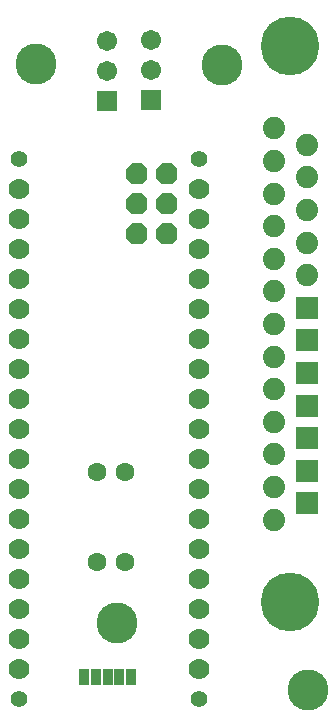
<source format=gbr>
G04 Layer_Color=8388736*
%FSLAX45Y45*%
%MOMM*%
%TF.FileFunction,Soldermask,Top*%
%TF.Part,Single*%
G01*
G75*
%TA.AperFunction,SMDPad,CuDef*%
%ADD27R,0.83820X1.47320*%
%TA.AperFunction,WasherPad*%
%ADD28C,3.46319*%
%TA.AperFunction,ComponentPad*%
%ADD29R,1.70320X1.70320*%
%ADD30C,1.70320*%
%ADD31C,1.89320*%
%ADD32R,1.89320X1.89320*%
%ADD33C,4.96320*%
%ADD34C,1.40310*%
G04:AMPARAMS|DCode=35|XSize=1.778mm|YSize=1.778mm|CornerRadius=0mm|HoleSize=0mm|Usage=FLASHONLY|Rotation=270.000|XOffset=0mm|YOffset=0mm|HoleType=Round|Shape=Octagon|*
%AMOCTAGOND35*
4,1,8,-0.44450,-0.88900,0.44450,-0.88900,0.88900,-0.44450,0.88900,0.44450,0.44450,0.88900,-0.44450,0.88900,-0.88900,0.44450,-0.88900,-0.44450,-0.44450,-0.88900,0.0*
%
%ADD35OCTAGOND35*%

%ADD36C,1.77800*%
%ADD37C,1.60320*%
D27*
X1204039Y514960D02*
D03*
X1102439D02*
D03*
X1005919D02*
D03*
X904319D02*
D03*
X805259D02*
D03*
D28*
X400002Y5699999D02*
D03*
X2699998Y399999D02*
D03*
X1970002Y5690001D02*
D03*
X1080001Y970001D02*
D03*
D29*
X1369698Y5397602D02*
D03*
X1000001Y5391998D02*
D03*
D30*
X1369698Y5651602D02*
D03*
Y5905602D02*
D03*
X1000001Y5645998D02*
D03*
Y5899998D02*
D03*
D31*
X2407999Y1843400D02*
D03*
Y2119498D02*
D03*
Y2395596D02*
D03*
Y2671699D02*
D03*
Y2947797D02*
D03*
Y3223900D02*
D03*
Y3499998D02*
D03*
Y3776096D02*
D03*
X2692002Y3914150D02*
D03*
X2407999Y4052199D02*
D03*
X2692002Y4190248D02*
D03*
X2407999Y4328297D02*
D03*
X2692002Y4466346D02*
D03*
X2407999Y4604400D02*
D03*
X2692002Y4742449D02*
D03*
X2407999Y4880498D02*
D03*
X2692002Y5018547D02*
D03*
X2407999Y5156596D02*
D03*
D32*
X2692002Y1981449D02*
D03*
Y2257547D02*
D03*
Y2533650D02*
D03*
Y2809748D02*
D03*
Y3085846D02*
D03*
Y3361949D02*
D03*
Y3638047D02*
D03*
D33*
X2550000Y5852597D02*
D03*
Y1147399D02*
D03*
D34*
X1772999Y4899000D02*
D03*
X248999D02*
D03*
Y327000D02*
D03*
X1772999D02*
D03*
D35*
X1506299Y4264000D02*
D03*
X1252299D02*
D03*
X1506299Y4518000D02*
D03*
X1252299D02*
D03*
X1506299Y4772000D02*
D03*
X1252299D02*
D03*
D36*
X248999Y2867000D02*
D03*
Y3121000D02*
D03*
Y4645000D02*
D03*
Y4391000D02*
D03*
Y4137000D02*
D03*
Y3883000D02*
D03*
Y3629000D02*
D03*
Y3375000D02*
D03*
Y581000D02*
D03*
Y835000D02*
D03*
Y1089000D02*
D03*
Y2613000D02*
D03*
Y2359000D02*
D03*
Y2105000D02*
D03*
Y1851000D02*
D03*
Y1597000D02*
D03*
Y1343000D02*
D03*
X1772999Y2867000D02*
D03*
Y3121000D02*
D03*
Y4645000D02*
D03*
Y4391000D02*
D03*
Y4137000D02*
D03*
Y3883000D02*
D03*
Y3629000D02*
D03*
Y3375000D02*
D03*
Y581000D02*
D03*
Y835000D02*
D03*
Y1089000D02*
D03*
Y2613000D02*
D03*
Y2359000D02*
D03*
Y2105000D02*
D03*
Y1851000D02*
D03*
Y1597000D02*
D03*
Y1343000D02*
D03*
D37*
X909501Y1489207D02*
D03*
Y2251207D02*
D03*
X1150801Y1489207D02*
D03*
Y2251207D02*
D03*
%TF.MD5,e8cdde0f2ace0e8e6d29b45aca6655bb*%
M02*

</source>
